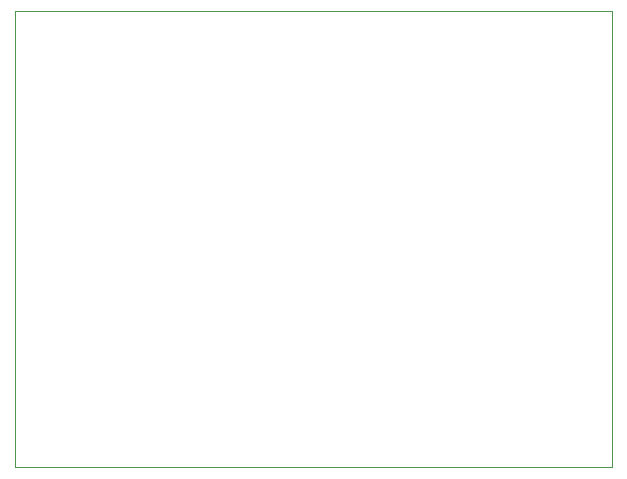
<source format=gm1>
%TF.GenerationSoftware,KiCad,Pcbnew,(5.1.7)-1*%
%TF.CreationDate,2020-12-17T22:24:39+01:00*%
%TF.ProjectId,u64_rgb_led,7536345f-7267-4625-9f6c-65642e6b6963,rev?*%
%TF.SameCoordinates,Original*%
%TF.FileFunction,Profile,NP*%
%FSLAX46Y46*%
G04 Gerber Fmt 4.6, Leading zero omitted, Abs format (unit mm)*
G04 Created by KiCad (PCBNEW (5.1.7)-1) date 2020-12-17 22:24:39*
%MOMM*%
%LPD*%
G01*
G04 APERTURE LIST*
%TA.AperFunction,Profile*%
%ADD10C,0.050000*%
%TD*%
G04 APERTURE END LIST*
D10*
X23622000Y-19050000D02*
X23622000Y-57658000D01*
X74168000Y-57658000D02*
X74168000Y-19050000D01*
X23622000Y-57658000D02*
X74168000Y-57658000D01*
X74168000Y-19050000D02*
X23622000Y-19050000D01*
M02*

</source>
